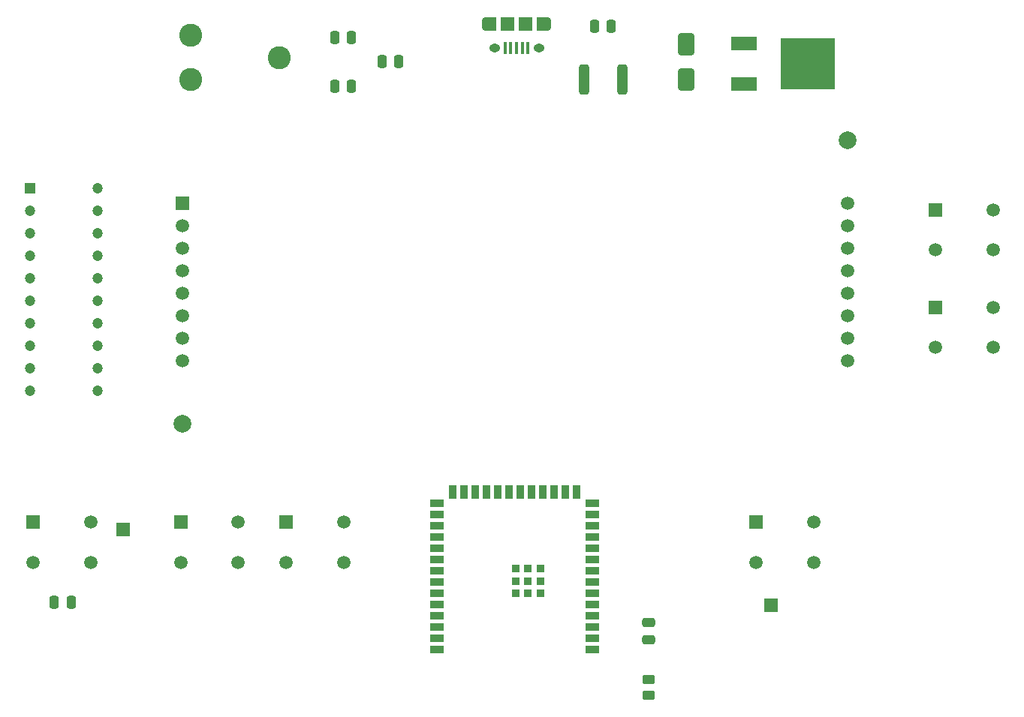
<source format=gts>
G04 #@! TF.GenerationSoftware,KiCad,Pcbnew,(7.0.0)*
G04 #@! TF.CreationDate,2023-04-17T23:01:26-07:00*
G04 #@! TF.ProjectId,msp-debugger,6d73702d-6465-4627-9567-6765722e6b69,rev?*
G04 #@! TF.SameCoordinates,Original*
G04 #@! TF.FileFunction,Soldermask,Top*
G04 #@! TF.FilePolarity,Negative*
%FSLAX46Y46*%
G04 Gerber Fmt 4.6, Leading zero omitted, Abs format (unit mm)*
G04 Created by KiCad (PCBNEW (7.0.0)) date 2023-04-17 23:01:26*
%MOMM*%
%LPD*%
G01*
G04 APERTURE LIST*
G04 Aperture macros list*
%AMRoundRect*
0 Rectangle with rounded corners*
0 $1 Rounding radius*
0 $2 $3 $4 $5 $6 $7 $8 $9 X,Y pos of 4 corners*
0 Add a 4 corners polygon primitive as box body*
4,1,4,$2,$3,$4,$5,$6,$7,$8,$9,$2,$3,0*
0 Add four circle primitives for the rounded corners*
1,1,$1+$1,$2,$3*
1,1,$1+$1,$4,$5*
1,1,$1+$1,$6,$7*
1,1,$1+$1,$8,$9*
0 Add four rect primitives between the rounded corners*
20,1,$1+$1,$2,$3,$4,$5,0*
20,1,$1+$1,$4,$5,$6,$7,0*
20,1,$1+$1,$6,$7,$8,$9,0*
20,1,$1+$1,$8,$9,$2,$3,0*%
G04 Aperture macros list end*
%ADD10RoundRect,0.250000X0.450000X-0.262500X0.450000X0.262500X-0.450000X0.262500X-0.450000X-0.262500X0*%
%ADD11R,1.508000X1.508000*%
%ADD12C,1.508000*%
%ADD13R,1.500000X1.500000*%
%ADD14R,0.400000X1.350000*%
%ADD15O,0.890000X1.550000*%
%ADD16R,1.200000X1.550000*%
%ADD17O,1.250000X0.950000*%
%ADD18R,1.500000X1.550000*%
%ADD19RoundRect,0.250000X0.250000X0.475000X-0.250000X0.475000X-0.250000X-0.475000X0.250000X-0.475000X0*%
%ADD20R,1.500000X0.900000*%
%ADD21R,0.900000X1.500000*%
%ADD22R,0.900000X0.900000*%
%ADD23RoundRect,0.250000X0.475000X-0.250000X0.475000X0.250000X-0.475000X0.250000X-0.475000X-0.250000X0*%
%ADD24RoundRect,0.250000X-0.250000X-0.475000X0.250000X-0.475000X0.250000X0.475000X-0.250000X0.475000X0*%
%ADD25C,2.600000*%
%ADD26RoundRect,0.250000X-0.650000X1.000000X-0.650000X-1.000000X0.650000X-1.000000X0.650000X1.000000X0*%
%ADD27R,3.000000X1.600000*%
%ADD28R,6.200000X5.800000*%
%ADD29C,2.000000*%
%ADD30C,1.500000*%
%ADD31R,1.200000X1.200000*%
%ADD32C,1.200000*%
%ADD33RoundRect,0.250000X-0.312500X-1.450000X0.312500X-1.450000X0.312500X1.450000X-0.312500X1.450000X0*%
G04 APERTURE END LIST*
D10*
X154870000Y-135532500D03*
X154870000Y-133707500D03*
D11*
X187249999Y-80749999D03*
D12*
X187250000Y-85250000D03*
X193750000Y-80750000D03*
X193750000Y-85250000D03*
D13*
X168655999Y-125348999D03*
D11*
X113999999Y-115999999D03*
D12*
X114000000Y-120500000D03*
X120500000Y-116000000D03*
X120500000Y-120500000D03*
D11*
X102109999Y-115999999D03*
D12*
X102110000Y-120500000D03*
X108610000Y-116000000D03*
X108610000Y-120500000D03*
D14*
X141299999Y-62449999D03*
X140649999Y-62449999D03*
X139999999Y-62449999D03*
X139349999Y-62449999D03*
X138699999Y-62449999D03*
D15*
X143499999Y-59749999D03*
D16*
X142899999Y-59749999D03*
D17*
X142499999Y-62449999D03*
D18*
X140999999Y-59749999D03*
X138999999Y-59749999D03*
D17*
X137499999Y-62449999D03*
D16*
X137099999Y-59749999D03*
D15*
X136499999Y-59749999D03*
D19*
X150700000Y-60000000D03*
X148800000Y-60000000D03*
D20*
X148519999Y-130359999D03*
X148519999Y-129089999D03*
X148519999Y-127819999D03*
X148519999Y-126549999D03*
X148519999Y-125279999D03*
X148519999Y-124009999D03*
X148519999Y-122739999D03*
X148519999Y-121469999D03*
X148519999Y-120199999D03*
X148519999Y-118929999D03*
X148519999Y-117659999D03*
X148519999Y-116389999D03*
X148519999Y-115119999D03*
X148519999Y-113849999D03*
D21*
X146754999Y-112599999D03*
X145484999Y-112599999D03*
X144214999Y-112599999D03*
X142944999Y-112599999D03*
X141674999Y-112599999D03*
X140404999Y-112599999D03*
X139134999Y-112599999D03*
X137864999Y-112599999D03*
X136594999Y-112599999D03*
X135324999Y-112599999D03*
X134054999Y-112599999D03*
X132784999Y-112599999D03*
D20*
X131019999Y-113849999D03*
X131019999Y-115119999D03*
X131019999Y-116389999D03*
X131019999Y-117659999D03*
X131019999Y-118929999D03*
X131019999Y-120199999D03*
X131019999Y-121469999D03*
X131019999Y-122739999D03*
X131019999Y-124009999D03*
X131019999Y-125279999D03*
X131019999Y-126549999D03*
X131019999Y-127819999D03*
X131019999Y-129089999D03*
X131019999Y-130359999D03*
D22*
X142669999Y-124039999D03*
X142669999Y-122639999D03*
X142669999Y-121239999D03*
X141269999Y-124039999D03*
X141269999Y-122639999D03*
X141269999Y-121239999D03*
X139869999Y-124039999D03*
X139869999Y-122639999D03*
X139869999Y-121239999D03*
D23*
X154870000Y-129220000D03*
X154870000Y-127320000D03*
D24*
X119500000Y-66750000D03*
X121400000Y-66750000D03*
D13*
X95630999Y-116839999D03*
D11*
X85499999Y-115999999D03*
D12*
X85500000Y-120500000D03*
X92000000Y-116000000D03*
X92000000Y-120500000D03*
D25*
X103250000Y-61040000D03*
X113250000Y-63540000D03*
X103250000Y-66040000D03*
D24*
X119500000Y-61250000D03*
X121400000Y-61250000D03*
X124800000Y-64000000D03*
X126700000Y-64000000D03*
D26*
X159131000Y-62000000D03*
X159131000Y-66000000D03*
D27*
X165669999Y-61964999D03*
X165669999Y-66534999D03*
D28*
X172839999Y-64249999D03*
D29*
X102342500Y-104900000D03*
X177342500Y-72900000D03*
D13*
X102342499Y-80009999D03*
D30*
X102342500Y-82550000D03*
X102342500Y-85090000D03*
X102342500Y-87630000D03*
X102342500Y-90170000D03*
X102342500Y-92710000D03*
X102342500Y-95250000D03*
X102342500Y-97790000D03*
X177342500Y-80010000D03*
X177342500Y-82550000D03*
X177342500Y-85090000D03*
X177342500Y-87630000D03*
X177342500Y-90170000D03*
X177342500Y-92710000D03*
X177342500Y-95250000D03*
X177342500Y-97790000D03*
D31*
X85089999Y-78289999D03*
D32*
X85090000Y-80830000D03*
X85090000Y-83370000D03*
X85090000Y-85910000D03*
X85090000Y-88450000D03*
X85090000Y-90990000D03*
X85090000Y-93530000D03*
X85090000Y-96070000D03*
X85090000Y-98610000D03*
X85090000Y-101150000D03*
X92710000Y-101150000D03*
X92710000Y-98610000D03*
X92710000Y-96070000D03*
X92710000Y-93530000D03*
X92710000Y-90990000D03*
X92710000Y-88450000D03*
X92710000Y-85910000D03*
X92710000Y-83370000D03*
X92710000Y-80830000D03*
X92710000Y-78290000D03*
D19*
X89750000Y-125000000D03*
X87850000Y-125000000D03*
D11*
X166999999Y-115999999D03*
D12*
X167000000Y-120500000D03*
X173500000Y-116000000D03*
X173500000Y-120500000D03*
D33*
X147612500Y-66000000D03*
X151887500Y-66000000D03*
D11*
X187249999Y-91729999D03*
D12*
X187250000Y-96230000D03*
X193750000Y-91730000D03*
X193750000Y-96230000D03*
M02*

</source>
